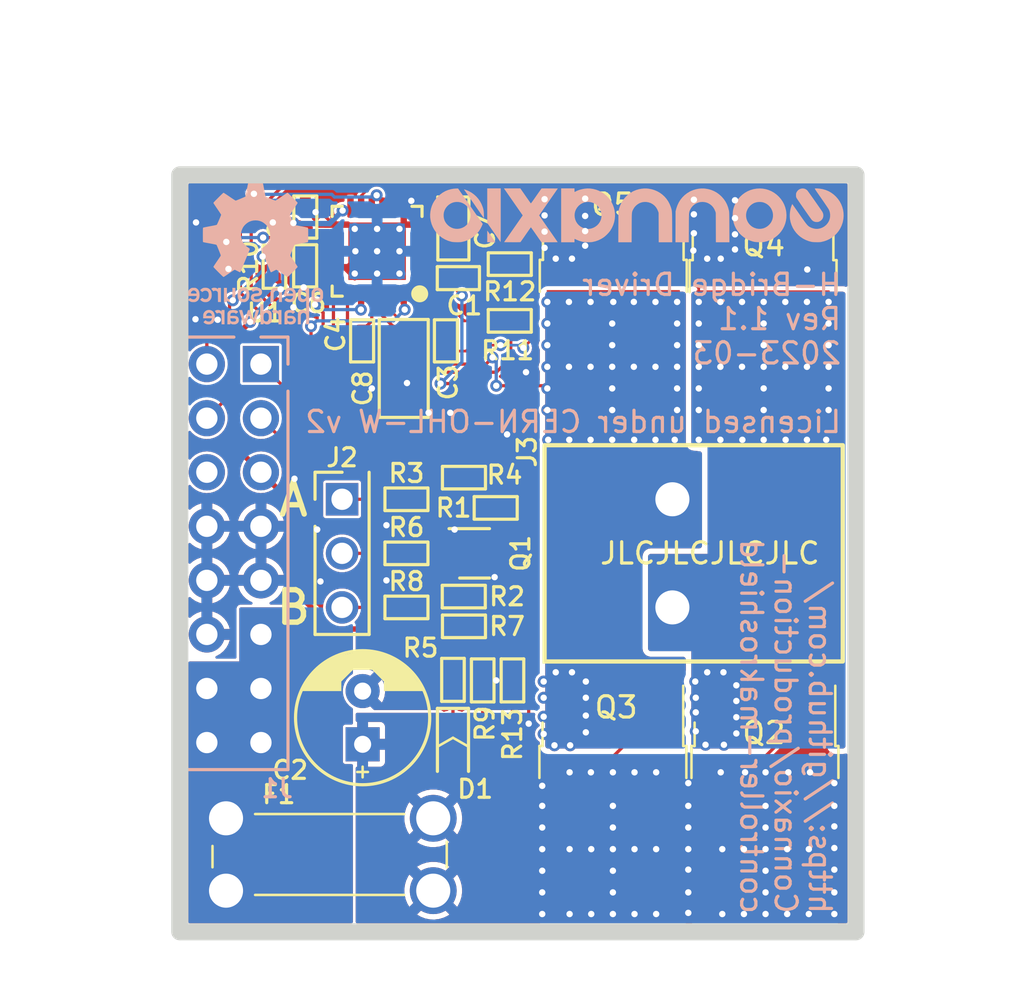
<source format=kicad_pcb>
(kicad_pcb (version 20211014) (generator pcbnew)
  (title_block (title "${title}") (date "${year}-${month}-${day}") (rev "${rev}") (company "${company}") (comment 1 "${author}"))
  (layers (0 "F.Cu" signal) (31 "B.Cu" signal) (35 "F.Paste" user) (36 "B.SilkS" user "B.Silkscreen") (37 "F.SilkS" user "F.Silkscreen") (38 "B.Mask" user) (39 "F.Mask" user) (44 "Edge.Cuts" user))
  (property "author" "Marc-Antoine Lalonde")
  (property "company" "Connaxio inc.")
  (property "day" "01")
  (property "month" "03")
  (property "rev" "1.1")
  (property "source" "github.com/Connaxio/production-controller-makroshield")
  (property "title" "H-Bridge Driver")
  (property "year" "2023")
  (net 0 "")
  (net 1 "+3.3V")
  (net 2 "GND")
  (net 3 "Net-(C3-Pad1)")
  (net 4 "Net-(C4-Pad1)")
  (net 5 "/OUTA")
  (net 6 "/OUTB")
  (net 7 "Vdrive")
  (net 8 "/~{CTRLA}")
  (net 9 "/~{CTRLB}")
  (net 10 "/~{RST}")
  (net 12 "Net-(J2-Pad3)")
  (net 13 "Net-(Q2-Pad1)")
  (net 14 "Net-(Q3-Pad1)")
  (net 15 "Net-(Q4-Pad1)")
  (net 16 "Net-(C7-Pad2)")
  (net 17 "/~{FAULT}")
  (net 18 "Net-(C7-Pad1)")
  (net 19 "Net-(C8-Pad1)")
  (net 20 "Net-(J2-Pad2)")
  (net 21 "Net-(J2-Pad1)")
  (net 22 "Net-(Q1-Pad2)")
  (net 23 "/SIGB")
  (net 24 "/VIN")
  (net 25 "Net-(Q1-Pad5)")
  (net 26 "/SIGA")
  (net 27 "Net-(Q5-Pad1)")
  (net 28 "Net-(D1-Pad1)")
  (net 29 "Net-(R13-Pad1)")
  (net 30 "Net-(R9-Pad1)")
  (net 31 "Net-(R11-Pad1)")
  (net 32 "Net-(R12-Pad1)")
  (footprint "connaxio-resistors:RES_0402_1005M" (layer "F.Cu") (at 127.254 73.152 180)
    (fp_text reference "R2")
    (fp_text value "RES_12.4KΩ_1%_0402")
  )
  (footprint "connaxio-mechanical:FID_1X1" (layer "F.Cu") (at 141.351 78.105)
    (fp_text reference "F6" hide)
    (fp_text value "FID_1X1")
  )
  (footprint "connaxio-capacitors:CAP_CER_0402_1005M" (layer "F.Cu") (at 126.4158 61.1378 -90)
    (fp_text reference "C3")
    (fp_text value "CAP_CER_100NF_25V_0402")
  )
  (footprint "connaxio-resistors:RES_0402_1005M" (layer "F.Cu") (at 124.5616 73.66)
    (fp_text reference "R8")
    (fp_text value "RES_226Ω_1%_0402")
  )
  (footprint "connaxio-resistors:RES_0402_1005M" (layer "F.Cu") (at 127.262 67.564)
    (fp_text reference "R4")
    (fp_text value "RES_12.4KΩ_1%_0402")
  )
  (footprint "connaxio-connectors:CON_TERM_BLK_1X2_TB008A-508-02BE" (layer "F.Cu") (at 137.049 71.12 90)
    (fp_text reference "J3")
    (fp_text value "CON_TERM_BLK_1X2_TB008A-508-02BE")
  )
  (footprint "connaxio-resistors:RES_0402_1005M" (layer "F.Cu") (at 124.5616 71.12)
    (fp_text reference "R6")
    (fp_text value "RES_226Ω_1%_0402")
  )
  (footprint "connaxio-resistors:RES_0402_1005M" (layer "F.Cu") (at 124.5616 68.58)
    (fp_text reference "R3")
    (fp_text value "RES_226Ω_1%_0402")
  )
  (footprint "connaxio-mechanical:FID_1X1" (layer "F.Cu") (at 129.159 54.61)
    (fp_text reference "F4" hide)
    (fp_text value "FID_1X1")
  )
  (footprint "connaxio-fp:QFN-24_4x4_P0.5_EP2.7X2.7" (layer "F.Cu") (at 123.184 56.9274 180)
    (fp_text reference "U1")
    (fp_text value "DRV_A4957SESTR-T")
  )
  (footprint "connaxio-mechanical:FID_1X1" (layer "F.Cu") (at 118.999 85.09)
    (fp_text reference "F5" hide)
    (fp_text value "FID_1X1")
  )
  (footprint "connaxio-resistors:RES_0402_1005M" (layer "F.Cu") (at 129.413 57.531)
    (fp_text reference "R12")
    (fp_text value "RES_226Ω_1%_0402")
  )
  (footprint "connaxio-capacitors:CAP_CER_0603_1608M" (layer "F.Cu") (at 126.7654 55.8574 -90)
    (fp_text reference "C7")
    (fp_text value "CAP_CER_1UF_25V_0603")
  )
  (footprint "connaxio-capacitors:CAP_CER_0402_1005M" (layer "F.Cu") (at 119.8118 55.3212 90)
    (fp_text reference "C5")
    (fp_text value "CAP_CER_100NF_25V_0402")
  )
  (footprint "connaxio-capacitors:CAP_AE_RAD_D6.3_H12.5_P2.5" (layer "F.Cu") (at 122.5042 78.8416 90)
    (fp_text reference "C2")
    (fp_text value "CAP_AE_22UF_100V_TH_6.3MM")
  )
  (footprint "connaxio-resistors:RES_0402_1005M" (layer "F.Cu") (at 127.262 74.549)
    (fp_text reference "R7")
    (fp_text value "RES_12.4KΩ_1%_0402")
  )
  (footprint "connaxio-mechanical:FID_1X1" (layer "F.Cu") (at 115.189 54.61)
    (fp_text reference "F3" hide)
    (fp_text value "FID_1X1")
  )
  (footprint "connaxio-capacitors:CAP_CER_1206_3216M" (layer "F.Cu") (at 124.4346 62.4332 -90)
    (fp_text reference "C8")
    (fp_text value "CAP_CER_10UF_25V_1206")
  )
  (footprint "connaxio-resistors:RES_0402_1005M" (layer "F.Cu") (at 128.7526 68.9864 180)
    (fp_text reference "R1")
    (fp_text value "RES_12.4KΩ_1%_0402")
  )
  (footprint "connaxio-diodes:LED_0603_1608M" (layer "F.Cu") (at 126.746 79.883 -90)
    (fp_text reference "D1")
    (fp_text value "DIO_LED_GREEN_150060GS75000")
  )
  (footprint "connaxio-resistors:RES_0402_1005M" (layer "F.Cu") (at 126.746 77.0636 90)
    (fp_text reference "R5")
    (fp_text value "RES_5.10KΩ_1%_0402")
  )
  (footprint "connaxio-connectors:CON_HDR_100MILS_M_TH_1X3" (layer "F.Cu") (at 121.539 71.12)
    (fp_text reference "J2")
    (fp_text value "CON_HDR_100MILS_M_TH_1X3")
  )
  (footprint "connaxio-sop:TO-252-3" (layer "F.Cu") (at 141.3954 82.6408 180)
    (fp_text reference "Q2")
    (fp_text value "TRX_NMOS_PJD40N04_L2_00001")
  )
  (footprint "connaxio-sop:TO-252-3" (layer "F.Cu") (at 141.3066 59.8165 180)
    (fp_text reference "Q4")
    (fp_text value "TRX_NMOS_PJD40N04_L2_00001")
  )
  (footprint "connaxio-sop:SOT-363_SC-70-6" (layer "F.Cu") (at 127.762 71.12)
    (fp_text reference "Q1")
    (fp_text value "TRX_2NPN_BC846S,115")
  )
  (footprint "connaxio-capacitors:CAP_CER_0402_1005M" (layer "F.Cu") (at 127 58.1914)
    (fp_text reference "C1")
    (fp_text value "CAP_CER_100NF_25V_0402")
  )
  (footprint "connaxio-capacitors:CAP_CER_0402_1005M" (layer "F.Cu") (at 122.4788 61.1378 -90)
    (fp_text reference "C4")
    (fp_text value "CAP_CER_100NF_25V_0402")
  )
  (footprint "connaxio-mechanical:FID_1X1" (layer "F.Cu") (at 141.351 54.61)
    (fp_text reference "F2" hide)
    (fp_text value "FID_1X1")
  )
  (footprint "connaxio-resistors:RES_0402_1005M" (layer "F.Cu") (at 129.413 60.198)
    (fp_text reference "R11")
    (fp_text value "RES_226Ω_1%_0402")
  )
  (footprint "connaxio-sop:TO-252-3" (layer "F.Cu") (at 134.2738 59.8033 180)
    (fp_text reference "Q5")
    (fp_text value "TRX_NMOS_PJD40N04_L2_00001")
  )
  (footprint "connaxio-resistors:RES_0402_1005M" (layer "F.Cu") (at 129.54 77.089 -90)
    (fp_text reference "R13")
    (fp_text value "RES_226Ω_1%_0402")
  )
  (footprint "connaxio-connectors:FUS_BLADE_MINI_3588-1" (layer "F.Cu") (at 120.9548 85.2678)
    (fp_text reference "F1")
    (fp_text value "FUS_BLADE_MINI_3588-1")
  )
  (footprint "connaxio-sop:TO-252-3" (layer "F.Cu") (at 134.255 82.6408 180)
    (fp_text reference "Q3")
    (fp_text value "TRX_NMOS_PJD40N04_L2_00001")
  )
  (footprint "connaxio-capacitors:CAP_CER_0402_1005M" (layer "F.Cu") (at 119.8058 57.6132 -90)
    (fp_text reference "C6")
    (fp_text value "CAP_CER_100NF_25V_0402")
  )
  (footprint "connaxio-resistors:RES_0402_1005M" (layer "F.Cu") (at 118.364 57.658 90)
    (fp_text reference "R10")
    (fp_text value "RES_12.4KΩ_1%_0402")
  )
  (footprint "connaxio-resistors:RES_0402_1005M" (layer "F.Cu") (at 128.143 77.089 -90)
    (fp_text reference "R9")
    (fp_text value "RES_226Ω_1%_0402")
  )
  (footprint "LOGO" (layer "B.Cu") (at 117.475 57.023 180)
    (fp_text reference "G***" hide)
    (fp_text value "LOGO" hide)
  )
  (footprint "LOGO" (layer "B.Cu") (at 135.382 55.245 180)
    (fp_text reference "G***" hide)
    (fp_text value "LOGO" hide)
  )
  (footprint "connaxio-connectors:CON_HDR_100MILS_F_TH_2X8" (layer "B.Cu") (at 116.459 71.12 180)
    (fp_text reference "J1")
    (fp_text value "CON_HDR_100MILS_F_TH_2X8")
  )
  (gr_rect (start 113.919 88.9) (end 145.669 53.34) (layer "Edge.Cuts") (width 0.8001) (fill none))
  (gr_text "https://github.com/\nConnaxio/production-\ncontroller-makroshield" (at 142.367 88.138 270) (layer "B.SilkS") (effects (font (size 1 1)) (justify left mirror)))
  (gr_text "${title}\nRev ${rev}\n${year}-${month}\n\nLicensed under CERN-OHL-W v2" (at 145.0594 61.722) (layer "B.SilkS") (effects (font (size 1 1)) (justify left mirror)))
  (gr_text "A" (at 119.253 68.58) (layer "F.SilkS") (effects (font (size 1.524 1.524) (thickness 0.254))))
  (gr_text "JLCJLCJLCJLC" (at 138.811 71.12) (layer "F.SilkS") (effects (font (size 1 1))))
  (gr_text "B" (at 119.253 73.66) (layer "F.SilkS") (effects (font (size 1.524 1.524) (thickness 0.254))))
  (segment (start 121.1211 56.1903) (end 121.134 56.1774) (width 0.254) (layer "F.Cu") (net 1))
  (segment (start 127 75.184) (end 127.127 75.057) (width 0.254) (layer "F.Cu") (net 1))
  (segment (start 125.73 75.184) (end 127 75.184) (width 0.254) (layer "F.Cu") (net 1))
  (segment (start 119.6848 70.5358) (end 119.6848 73.242641) (width 0.254) (layer "F.Cu") (net 1))
  (segment (start 127.254 74.93) (end 127.127 75.057) (width 0.1524) (layer "F.Cu") (net 1))
  (segment (start 119.6848 69.2658) (end 119.6848 70.5358) (width 0.254) (layer "F.Cu") (net 1))
  (segment (start 116.6114 60.8584) (end 117.221 60.2488) (width 0.254) (layer "F.Cu") (net 1))
  (segment (start 123.317 74.676) (end 125.222 74.676) (width 0.254) (layer "F.Cu") (net 1))
  (segment (start 118.6561 58.7121) (end 118.6561 58.4501) (width 0.254) (layer "F.Cu") (net 1))
  (segment (start 119.253 55.6006) (end 119.4816 55.8292) (width 0.254) (layer "F.Cu") (net 1))
  (segment (start 118.6561 58.4501) (end 118.364 58.158) (width 0.254) (layer "F.Cu") (net 1))
  (segment (start 129.5146 69.2484) (end 129.2526 68.9864) (width 0.254) (layer "F.Cu") (net 1))
  (segment (start 127.754 73.152) (end 127.254 73.652) (width 0.1524) (layer "F.Cu") (net 1))
  (segment (start 117.729 67.31) (end 116.6114 66.1924) (width 0.254) (layer "F.Cu") (net 1))
  (segment (start 121.118159 74.676) (end 123.317 74.676) (width 0.254) (layer "F.Cu") (net 1))
  (segment (start 119.6848 73.242641) (end 121.01108 74.568921) (width 0.254) (layer "F.Cu") (net 1))
  (segment (start 125.222 74.676) (end 125.73 75.184) (width 0.254) (layer "F.Cu") (net 1))
  (segment (start 128.4478 75.184) (end 129.5146 74.1172) (width 0.254) (layer "F.Cu") (net 1))
  (segment (start 119.535531 55.6006) (end 120.125231 56.1903) (width 0.254) (layer "F.Cu") (net 1))
  (segment (start 117.729 67.31) (end 119.6848 69.2658) (width 0.254) (layer "F.Cu") (net 1))
  (segment (start 116.6114 66.1924) (end 116.6114 60.8584) (width 0.254) (layer "F.Cu") (net 1))
  (segment (start 121.01108 74.568921) (end 121.118159 74.676) (width 0.254) (layer "F.Cu") (net 1))
  (segment (start 129.5146 74.1172) (end 129.5146 69.2484) (width 0.254) (layer "F.Cu") (net 1))
  (segment (start 119.253 55.6006) (end 119.535531 55.6006) (width 0.254) (layer "F.Cu") (net 1))
  (segment (start 127.254 73.652) (end 127.254 74.93) (width 0.1524) (layer "F.Cu") (net 1))
  (segment (start 119.4816 55.8292) (end 120.0404 55.8292) (width 0.254) (layer "F.Cu") (net 1))
  (segment (start 120.125231 56.1903) (end 121.1211 56.1903) (width 0.254) (layer "F.Cu") (net 1))
  (segment (start 127.2 73.706) (end 127.754 73.152) (width 0.254) (layer "F.Cu") (net 1))
  (segment (start 127 75.184) (end 128.4478 75.184) (width 0.254) (layer "F.Cu") (net 1))
  (via (at 118.6561 58.7121) (size 0.56) (drill 0.3) (layers "F.Cu" "B.Cu") (net 1))
  (via (at 119.253 55.6006) (size 0.56) (drill 0.3) (layers "F.Cu" "B.Cu") (net 1))
  (via (at 117.221 60.2488) (size 0.56) (drill 0.3) (layers "F.Cu" "B.Cu") (net 1))
  (via (at 121.5644 55.0164) (size 0.56) (drill 0.3) (layers "F.Cu" "B.Cu") (net 1))
  (segment (start 118.8138 58.5544) (end 118.6561 58.7121) (width 0.254) (layer "B.Cu") (net 1))
  (segment (start 118.8138 56.0398) (end 118.8138 58.5544) (width 0.254) (layer "B.Cu") (net 1))
  (segment (start 119.253 55.6006) (end 119.279 55.6266) (width 0.254) (layer "B.Cu") (net 1))
  (segment (start 118.6561 58.7121) (end 117.221 60.1472) (width 0.254) (layer "B.Cu") (net 1))
  (segment (start 119.279 55.6266) (end 120.9542 55.6266) (width 0.254) (layer "B.Cu") (net 1))
  (segment (start 117.221 60.1472) (end 117.221 60.2488) (width 0.254) (layer "B.Cu") (net 1))
  (segment (start 120.9542 55.6266) (end 121.5644 55.0164) (width 0.254) (layer "B.Cu") (net 1))
  (segment (start 119.253 55.6006) (end 118.8138 56.0398) (width 0.254) (layer "B.Cu") (net 1))
  (segment (start 122.434 57.6774) (end 123.184 56.9274) (width 0.127) (layer "F.Cu") (net 2))
  (segment (start 128.712 72.2274) (end 128.712 71.77) (width 0.1524) (layer "F.Cu") (net 2))
  (segment (start 119.8058 58.553) (end 119.8058 58.0932) (width 0.1524) (layer "F.Cu") (net 2))
  (segment (start 120.3258 57.6774) (end 121.134 57.6774) (width 0.1524) (layer "F.Cu") (net 2))
  (segment (start 121.134 57.6774) (end 122.434 57.6774) (width 0.127) (layer "F.Cu") (net 2))
  (segment (start 120.2944 55.0926) (end 120.043 54.8412) (width 0.1524) (layer "F.Cu") (net 2))
  (segment (start 119.7356 58.6232) (end 119.8058 58.553) (width 0.1524) (layer "F.Cu") (net 2))
  (segment (start 124.434 55.6774) (end 123.184 56.9274) (width 0.127) (layer "F.Cu") (net 2))
  (segment (start 124.587 63.7558) (end 124.4346 63.9082) (width 0.1524) (layer "F.Cu") (net 2))
  (segment (start 124.587 63.119) (end 124.587 63.7558) (width 0.1524) (layer "F.Cu") (net 2))
  (segment (start 126.812 70.0126) (end 126.812 70.47) (width 0.1524) (layer "F.Cu") (net 2))
  (segment (start 121.934 55.6774) (end 123.184 56.9274) (width 0.127) (layer "F.Cu") (net 2))
  (segment (start 120.043 54.8412) (end 119.8118 54.8412) (width 0.1524) (layer "F.Cu") (net 2))
  (segment (start 126.8222 70.0024) (end 126.812 70.0126) (width 0.1524) (layer "F.Cu") (net 2))
  (segment (start 120.5492 55.0926) (end 121.134 55.6774) (width 0.1524) (layer "F.Cu") (net 2))
  (segment (start 119.91 58.0932) (end 120.3258 57.6774) (width 0.1524) (layer "F.Cu") (net 2))
  (segment (start 119.8058 58.0932) (end 119.91 58.0932) (width 0.1524) (layer "F.Cu") (net 2))
  (segment (start 125.234 55.6774) (end 124.434 55.6774) (width 0.127) (layer "F.Cu") (net 2))
  (segment (start 128.7018 72.2376) (end 128.712 72.2274) (width 0.1524) (layer "F.Cu") (net 2))
  (segment (start 120.2944 55.0926) (end 120.5492 55.0926) (width 0.1524) (layer "F.Cu") (net 2))
  (segment (start 121.134 55.6774) (end 121.934 55.6774) (width 0.127) (layer "F.Cu") (net 2))
  (segment (start 124.434 54.8774) (end 124.434 55.6774) (width 0.127) (layer "F.Cu") (net 2))
  (via (at 114.6556 60.1218) (size 0.56) (drill 0.3) (layers "F.Cu" "B.Cu") (net 2))
  (via (at 132.953 54.4571) (size 0.56) (drill 0.3) (layers "F.Cu" "B.Cu") (net 2))
  (via (at 139.319 57.277) (size 0.56) (drill 0.3) (layers "F.Cu" "B.Cu") (net 2))
  (via (at 119.7356 58.6232) (size 0.56) (drill 0.3) (layers "F.Cu" "B.Cu") (net 2))
  (via (at 130.175 62.611) (size 0.56) (drill 0.3) (layers "F.Cu" "B.Cu") (net 2))
  (via (at 132.953 56.6669) (size 0.56) (drill 0.3) (layers "F.Cu" "B.Cu") (net 2))
  (via (at 129.286 65.532) (size 0.56) (drill 0.3) (layers "F.Cu" "B.Cu") (net 2))
  (via (at 139.9888 56.8447) (size 0.56) (drill 0.3) (layers "F.Cu" "B.Cu") (net 2))
  (via (at 118.2878 55.5752) (size 0.56) (drill 0.3) (layers "F.Cu" "B.Cu") (net 2))
  (via (at 123.6218 72.39) (size 0.56) (drill 0.3) (layers "F.Cu" "B.Cu") (net 2))
  (via (at 138.0584 54.5079) (size 0.56) (drill 0.3) (layers "F.Cu" "B.Cu") (net 2))
  (via (at 124.587 63.119) (size 0.56) (drill 0.3) (layers "F.Cu" "B.Cu") (net 2))
  (via (at 139.9888 55.3715) (size 0.56) (drill 0.3) (layers "F.Cu" "B.Cu") (net 2))
  (via (at 138.0584 56.0827) (size 0.56) (drill 0.3) (layers "F.Cu" "B.Cu") (net 2))
  (via (at 143.383 57.785) (size 0.56) (drill 0.3) (layers "F.Cu" "B.Cu") (net 2))
  (via (at 131.048 54.4825) (size 0.56) (drill 0.3) (layers "F.Cu" "B.Cu") (net 2))
  (via (at 116.205 57.7596) (size 0.56) (drill 0.3) (layers "F.Cu" "B.Cu") (net 2))
  (via (at 131.048 55.2445) (size 0.56) (drill 0.3) (layers "F.Cu" "B.Cu") (net 2))
  (via (at 120.523 72.4408) (size 0.56) (drill 0.3) (layers "F.Cu" "B.Cu") (net 2))
  (via (at 126.619 64.516) (size 0.56) (drill 0.3) (layers "F.Cu" "B.Cu") (net 2))
  (via (at 138.0584 55.1937) (size 0.56) (drill 0.3) (layers "F.Cu" "B.Cu") (net 2))
  (via (at 123.6218 69.7992) (size 0.56) (drill 0.3) (layers "F.Cu" "B.Cu") (net 2))
  (via (at 138.033 56.8955) (size 0.56) (drill 0.3) (layers "F.Cu" "B.Cu") (net 2))
  (via (at 126.8222 70.0024) (size 0.56) (drill 0.3) (layers "F.Cu" "B.Cu") (net 2))
  (via (at 132.953 55.2699) (size 0.56) (drill 0.3) (layers "F.Cu" "B.Cu") (net 2))
  (via (at 115.697 60.1472) (size 0.56) (drill 0.3) (layers "F.Cu" "B.Cu") (net 2))
  (via (at 132.334 57.277) (size 0.56) (drill 0.3) (layers "F.Cu" "B.Cu") (net 2))
  (via (at 131.572 57.277) (size 0.56) (drill 0.3) (layers "F.Cu" "B.Cu") (net 2))
  (via (at 122.936 63.373) (size 0.56) (drill 0.3) (layers "F.Cu" "B.Cu") (net 2))
  (via (at 139.9888 54.5333) (size 0.56) (drill 0.3) (layers "F.Cu" "B.Cu") (net 2))
  (via (at 138.684 57.277) (size 0.56) (drill 0.3) (layers "F.Cu" "B.Cu") (net 2))
  (via (at 132.953 55.9811) (size 0.56) (drill 0.3) (layers "F.Cu" "B.Cu") (net 2))
  (via (at 139.9888 56.1335) (size 0.56) (drill 0.3) (layers "F.Cu" "B.Cu") (net 2))
  (via (at 114.681 55.5752) (size 0.56) (drill 0.3) (layers "F.Cu" "B.Cu") (net 2))
  (via (at 120.2944 55.0926) (size 0.56) (drill 0.3) (layers "F.Cu" "B.Cu") (net 2))
  (via (at 128.7018 72.2376) (size 0.56) (drill 0.3) (layers "F.Cu" "B.Cu") (net 2))
  (via (at 120.3706 70.0024) (size 0.56) (drill 0.3) (layers "F.Cu" "B.Cu") (net 2))
  (via (at 131.048 56.0065) (size 0.56) (drill 0.3) (layers "F.Cu" "B.Cu") (net 2))
  (via (at 124.7902 54.5592) (size 0.56) (drill 0.3) (layers "F.Cu" "B.Cu") (net 2))
  (via (at 119.3038 67.6148) (size 0.56) (drill 0.3) (layers "F.Cu" "B.Cu") (net 2))
  (via (at 131.048 56.7685) (size 0.56) (drill 0.3) (layers "F.Cu" "B.Cu") (net 2))
  (via (at 119.253 59.563) (size 0.56) (drill 0.3) (layers "F.Cu" "B.Cu") (net 2))
  (via (at 128.778 77.089) (size 0.56) (drill 0.3) (layers "F.Cu" "B.Cu") (net 2))
  (via (at 125.603 64.516) (size 0.56) (drill 0.3) (layers "F.Cu" "B.Cu") (net 2))
  (segment (start 123.934 59.8364) (end 124.2903 60.1927) (width 0.127) (layer "F.Cu") (net 3))
  (segment (start 124.2903 60.1927) (end 125.9507 60.1927) (width 0.127) (layer "F.Cu") (net 3))
  (segment (start 123.934 58.9774) (end 123.934 59.8364) (width 0.127) (layer "F.Cu") (net 3))
  (segment (start 125.9507 60.1927) (end 126.4158 60.6578) (width 0.127) (layer "F.Cu") (net 3))
  (segment (start 122.934 60.2026) (end 122.4788 60.6578) (width 0.1524) (layer "F.Cu") (net 4))
  (segment (start 122.934 58.9774) (end 122.934 60.2026) (width 0.1524) (layer "F.Cu") (net 4))
  (segment (start 126.9163 60.3683) (end 126.6698 60.1218) (width 0.127) (layer "F.Cu") (net 5))
  (segment (start 126.9163 61.1173) (end 126.9163 60.3683) (width 0.127) (layer "F.Cu") (net 5))
  (segment (start 139.468 80.114) (end 139.468 78.7494) (width 0.127) (layer "F.Cu") (net 5))
  (segment (start 125.222 58.1894) (end 125.234 58.1774) (width 0.127) (layer "F.Cu") (net 5))
  (segment (start 138.049 58.42) (end 138.287 58.658) (width 0.127) (layer "F.Cu") (net 5))
  (segment (start 128.9771 61.341) (end 127.635 61.341) (width 0.127) (layer "F.Cu") (net 5))
  (segment (start 127.635 61.341) (end 127.3582 61.6178) (width 0.127) (layer "F.Cu") (net 5))
  (segment (start 140.0522 79.5806) (end 139.1094 78.6378) (width 0.127) (layer "F.Cu") (net 5))
  (segment (start 126.2888 60.1218) (end 125.222 59.055) (width 0.127) (layer "F.Cu") (net 5))
  (segment (start 130.556 58.674) (end 130.81 58.42) (width 0.127) (layer "F.Cu") (net 5))
  (segment (start 130.048 61.468) (end 130.556 60.96) (width 0.127) (layer "F.Cu") (net 5))
  (segment (start 125.222 59.055) (end 125.222 58.1894) (width 0.127) (layer "F.Cu") (net 5))
  (segment (start 140.0522 77.32) (end 139.1094 78.2628) (width 0.127) (layer "F.Cu") (net 5))
  (segment (start 140.0522 78.0566) (end 139.4436 78.0566) (width 0.127) (layer "F.Cu") (net 5))
  (segment (start 138.6044 80.114) (end 138.6044 78.8958) (width 0.127) (layer "F.Cu") (net 5))
  (segment (start 130.556 60.96) (end 130.556 58.674) (width 0.127) (layer "F.Cu") (net 5))
  (segment (start 130.81 58.42) (end 138.049 58.42) (width 0.127) (layer "F.Cu") (net 5))
  (segment (start 138.1689 65.504) (end 138.1689 62.5117) (width 0.127) (layer "F.Cu") (net 5))
  (segment (start 127.3582 61.6178) (end 126.4158 61.6178) (width 0.127) (layer "F.Cu") (net 5))
  (segment (start 138.287 58.658) (end 138.287 59.3085) (width 0.127) (layer "F.Cu") (net 5))
  (segment (start 126.4158 61.6178) (end 126.9163 61.1173) (width 0.127) (layer "F.Cu") (net 5))
  (segment (start 139.1572 63.8135) (end 139.1572 62.0682) (width 0.127) (layer "F.Cu") (net 5))
  (segment (start 140.0522 78.8186) (end 139.5372 78.8186) (width 0.127) (layer "F.Cu") (net 5))
  (segment (start 139.1572 62.0682) (end 138.303 61.214) (width 0.127) (layer "F.Cu") (net 5))
  (segment (start 126.6698 60.1218) (end 126.2888 60.1218) (width 0.127) (layer "F.Cu") (net 5))
  (via (at 144.383 62.3565) (size 0.56) (drill 0.3) (layers "F.Cu" "B.Cu") (net 5))
  (via (at 138.684 76.708) (size 0.56) (drill 0.3) (layers "F.Cu" "B.Cu") (net 5))
  (via (at 141.335 65.786) (size 0.56) (drill 0.3) (layers "F.Cu" "B.Cu") (net 5))
  (via (at 140.335 65.786) (size 0.56) (drill 0.3) (layers "F.Cu" "B.Cu") (net 5))
  (via (at 139.446 76.708) (size 0.56) (drill 0.3) (layers "F.Cu" "B.Cu") (net 5))
  (via (at 142.351 59.3085) (size 0.56) (drill 0.3) (layers "F.Cu" "B.Cu") (net 5))
  (via (at 139.303 65.786) (size 0.56) (drill 0.3) (layers "F.Cu" "B.Cu") (net 5))
  (via (at 140.0522 79.5806) (size 0.56) (drill 0.3) (layers "F.Cu" "B.Cu") (net 5))
  (via (at 141.335 61.3405) (size 0.56) (drill 0.3) (layers "F.Cu" "B.Cu") (net 5))
  (via (at 138.287 61.3405) (size 0.56) (drill 0.3) (layers "F.Cu" "B.Cu") (net 5))
  (via (at 138.1218 77.1422) (size 0.56) (drill 0.3) (layers "F.Cu" "B.Cu") (net 5))
  (via (at 139.303 59.3085) (size 0.56) (drill 0.3) (layers "F.Cu" "B.Cu") (net 5))
  (via (at 140.0522 78.8186) (size 0.56) (drill 0.3) (layers "F.Cu" "B.Cu") (net 5))
  (via (at 141.335 64.3885) (size 0.56) (drill 0.3) (layers "F.Cu" "B.Cu") (net 5))
  (via (at 144.383 63.3725) (size 0.56) (drill 0.3) (layers "F.Cu" "B.Cu") (net 5))
  (via (at 138.287 65.786) (size 0.56) (drill 0.3) (layers "F.Cu" "B.Cu") (net 5))
  (via (at 141.335 59.3085) (size 0.56) (drill 0.3) (layers "F.Cu" "B.Cu") (net 5))
  (via (at 138.287 63.3725) (size 0.56) (drill 0.3) (layers "F.Cu" "B.Cu") (net 5))
  (via (at 138.287 64.3885) (size 0.56) (drill 0.3) (layers "F.Cu" "B.Cu") (net 5))
  (via (at 138.1472 77.9042) (size 0.56) (drill 0.3) (layers "F.Cu" "B.Cu") (net 5))
  (via (at 143.367 62.3565) (size 0.56) (drill 0.3) (layers "F.Cu" "B.Cu") (net 5))
  (via (at 128.9771 61.341) (size 0.56) (drill 0.3) (layers "F.Cu" "B.Cu") (net 5))
  (via (at 138.287 62.3565) (size 0.56) (drill 0.3) (layers "F.Cu" "B.Cu") (net 5))
  (via (at 140.319 62.3565) (size 0.56) (drill 0.3) (layers "F.Cu" "B.Cu") (net 5))
  (via (at 130.048 61.468) (size 0.56) (drill 0.3) (layers "F.Cu" "B.Cu") (net 5))
  (via (at 138.287 60.3245) (size 0.56) (drill 0.3) (layers "F.Cu" "B.Cu") (net 5))
  (via (at 138.1472 79.479) (size 0.56) (drill 0.3) (layers "F.Cu" "B.Cu") (net 5))
  (via (at 140.0522 77.32) (size 0.56) (drill 0.3) (layers "F.Cu" "B.Cu") (net 5))
  (via (at 141.335 60.3245) (size 0.56) (drill 0.3) (layers "F.Cu" "B.Cu") (net 5))
  (via (at 138.287 59.3085) (size 0.56) (drill 0.3) (layers "F.Cu" "B.Cu") (net 5))
  (via (at 138.1472 78.59) (size 0.56) (drill 0.3) (layers "F.Cu" "B.Cu") (net 5))
  (via (at 139.303 62.3565) (size 0.56) (drill 0.3) (layers "F.Cu" "B.Cu") (net 5))
  (via (at 144.272 65.786) (size 0.56) (drill 0.3) (layers "F.Cu" "B.Cu") (net 5))
  (via (at 141.335 63.3725) (size 0.56) (drill 0.3) (layers "F.Cu" "B.Cu") (net 5))
  (via (at 143.367 59.3085) (size 0.56) (drill 0.3) (layers "F.Cu" "B.Cu") (net 5))
  (via (at 144.383 60.3245) (size 0.56) (drill 0.3) (layers "F.Cu" "B.Cu") (net 5))
  (via (at 144.383 64.3885) (size 0.56) (drill 0.3) (layers "F.Cu" "B.Cu") (net 5))
  (via (at 142.351 62.3565) (size 0.56) (drill 0.3) (layers "F.Cu" "B.Cu") (net 5))
  (via (at 140.0522 78.0566) (size 0.56) (drill 0.3) (layers "F.Cu" "B.Cu") (net 5))
  (via (at 144.383 61.3405) (size 0.56) (drill 0.3) (layers "F.Cu" "B.Cu") (net 5))
  (via (at 140.319 59.3085) (size 0.56) (drill 0.3) (layers "F.Cu" "B.Cu") (net 5))
  (via (at 142.367 65.786) (size 0.56) (drill 0.3) (layers "F.Cu" "B.Cu") (net 5))
  (via (at 139.468 80.114) (size 0.56) (drill 0.3) (layers "F.Cu" "B.Cu") (net 5))
  (via (at 144.383 59.3085) (size 0.56) (drill 0.3) (layers "F.Cu" "B.Cu") (net 5))
  (via (at 138.6044 80.114) (size 0.56) (drill 0.3) (layers "F.Cu" "B.Cu") (net 5))
  (via (at 141.335 62.3565) (size 0.56) (drill 0.3) (layers "F.Cu" "B.Cu") (net 5))
  (via (at 143.367 65.786) (size 0.56) (drill 0.3) (layers "F.Cu" "B.Cu") (net 5))
  (segment (start 129.921 61.341) (end 130.048 61.468) (width 0.127) (layer "B.Cu") (net 5))
  (segment (start 128.9771 61.341) (end 129.921 61.341) (width 0.127) (layer "B.Cu") (net 5))
  (segment (start 123.091 62.23) (end 122.4788 61.6178) (width 0.1524) (layer "F.Cu") (net 6))
  (segment (start 131.0485 63.246) (end 131.175 63.3725) (width 0.1524) (layer "F.Cu") (net 6))
  (segment (start 128.294963 62.23) (end 123.091 62.23) (width 0.1524) (layer "F.Cu") (net 6))
  (segment (start 121.793 59.1184) (end 121.934 58.9774) (width 0.1524) (layer "F.Cu") (net 6))
  (segment (start 128.778 63.246) (end 131.0485 63.246) (width 0.1524) (layer "F.Cu") (net 6))
  (segment (start 122.4788 61.6178) (end 121.793 60.932) (width 0.1524) (layer "F.Cu") (net 6))
  (segment (start 121.793 60.932) (end 121.793 59.1184) (width 0.1524) (layer "F.Cu") (net 6))
  (segment (start 128.606248 61.918715) (end 128.294963 62.23) (width 0.1524) (layer "F.Cu") (net 6))
  (via (at 131.2165 65.786) (size 0.56) (drill 0.3) (layers "F.Cu" "B.Cu") (net 6))
  (via (at 131.175 62.3565) (size 0.56) (drill 0.3) (layers "F.Cu" "B.Cu") (net 6))
  (via (at 132.191 62.3565) (size 0.56) (drill 0.3) (layers "F.Cu" "B.Cu") (net 6))
  (via (at 131.0038 79.606) (size 0.56) (drill 0.3) (layers "F.Cu" "B.Cu") (net 6))
  (via (at 131.0038 77.1422) (size 0.56) (drill 0.3) (layers "F.Cu" "B.Cu") (net 6))
  (via (at 131.0038 77.9042) (size 0.56) (drill 0.3) (layers "F.Cu" "B.Cu") (net 6))
  (via (at 131.5118 80.1394) (size 0.56) (drill 0.3) (layers "F.Cu" "B.Cu") (net 6))
  (via (at 137.271 60.3245) (size 0.56) (drill 0.3) (layers "F.Cu" "B.Cu") (net 6))
  (via (at 136.255 65.786) (size 0.56) (drill 0.3) (layers "F.Cu" "B.Cu") (net 6))
  (via (at 132.2484 80.1394) (size 0.56) (drill 0.3) (layers "F.Cu" "B.Cu") (net 6))
  (via (at 133.207 65.786) (size 0.56) (drill 0.3) (layers "F.Cu" "B.Cu") (net 6))
  (via (at 137.271 64.3885) (size 0.56) (drill 0.3) (layers "F.Cu" "B.Cu") (net 6))
  (via (at 137.271 63.3725) (size 0.56) (drill 0.3) (layers "F.Cu" "B.Cu") (net 6))
  (via (at 132.191 59.3085) (size 0.56) (drill 0.3) (layers "F.Cu" "B.Cu") (net 6))
  (via (at 133.207 62.3565) (size 0.56) (drill 0.3) (layers "F.Cu" "B.Cu") (net 6))
  (via (at 131.175 60.3245) (size 0.56) (drill 0.3) (layers "F.Cu" "B.Cu") (net 6))
  (via (at 131.175 64.3885) (size 0.56) (drill 0.3) (layers "F.Cu" "B.Cu") (net 6))
  (via (at 134.223 60.3245) (size 0.56) (drill 0.3) (layers "F.Cu" "B.Cu") (net 6))
  (via (at 133.207 59.3085) (size 0.56) (drill 0.3) (layers "F.Cu" "B.Cu") (net 6))
  (via (at 134.223 65.786) (size 0.56) (drill 0.3) (layers "F.Cu" "B.Cu") (net 6))
  (via (at 135.255 65.786) (size 0.56) (drill 0.3) (layers "F.Cu" "B.Cu") (net 6))
  (via (at 131.175 63.3725) (size 0.56) (drill 0.3) (layers "F.Cu" "B.Cu") (net 6))
  (via (at 131.572 76.708) (size 0.56) (drill 0.3) (layers "F.Cu" "B.Cu") (net 6))
  (via (at 137.16 65.786) (size 0.56) (drill 0.3) (layers "F.Cu" "B.Cu") (net 6))
  (via (at 137.271 61.3405) (size 0.56) (drill 0.3) (layers "F.Cu" "B.Cu") (net 6))
  (via (at 131.0038 78.7932) (size 0.56) (drill 0.3) (layers "F.Cu" "B.Cu") (net 6))
  (via (at 132.985 79.5298) (size 0.56) (drill 0.3) (layers "F.Cu" "B.Cu") (net 6))
  (via (at 132.334 76.708) (size 0.56) (drill 0.3) (layers "F.Cu" "B.Cu") (net 6))
  (via (at 134.223 61.3405) (size 0.56) (drill 0.3) (layers "F.Cu" "B.Cu") (net 6))
  (via (at 135.239 59.3085) (size 0.56) (drill 0.3) (layers "F.Cu" "B.Cu") (net 6))
  (via (at 132.207 65.786) (size 0.56) (drill 0.3) (layers "F.Cu" "B.Cu") (net 6))
  (via (at 135.239 62.3565) (size 0.56) (drill 0.3) (layers "F.Cu" "B.Cu") (net 6))
  (via (at 132.985 77.9042) (size 0.56) (drill 0.3) (layers "F.Cu" "B.Cu") (net 6))
  (via (at 134.2738 59.3085) (size 0.56) (drill 0.3) (layers "F.Cu" "B.Cu") (net 6))
  (via (at 137.271 59.3085) (size 0.56) (drill 0.3) (layers "F.Cu" "B.Cu") (net 6))
  (via (at 136.255 62.3565) (size 0.56) (drill 0.3) (layers "F.Cu" "B.Cu") (net 6))
  (via (at 137.271 62.3565) (size 0.56) (drill 0.3) (layers "F.Cu" "B.Cu") (net 6))
  (via (at 132.985 78.7424) (size 0.56) (drill 0.3) (layers "F.Cu" "B.Cu") (net 6))
  (via (at 132.985 77.1422) (size 0.56) (drill 0.3) (layers "F.Cu" "B.Cu") (net 6))
  (via (at 128.606248 61.918715) (size 0.56) (drill 0.3) (layers "F.Cu" "B.Cu") (net 6))
  (via (at 131.175 59.3085) (size 0.56) (drill 0.3) (layers "F.Cu" "B.Cu") (net 6))
  (via (at 131.175 61.3405) (size 0.56) (drill 0.3) (layers "F.Cu" "B.Cu") (net 6))
  (via (at 134.223 63.3725) (size 0.56) (drill 0.3) (layers "F.Cu" "B.Cu") (net 6))
  (via (at 128.778 63.246) (size 0.56) (drill 0.3) (layers "F.Cu" "B.Cu") (net 6))
  (via (at 136.255 59.3085) (size 0.56) (drill 0.3) (layers "F.Cu" "B.Cu") (net 6))
  (via (at 134.223 62.3565) (size 0.56) (drill 0.3) (layers "F.Cu" "B.Cu") (net 6))
  (via (at 134.223 64.3885) (size 0.56) (drill 0.3) (layers "F.Cu" "B.Cu") (net 6))
  (segment (start 128.606248 61.918715) (end 128.778 62.090467) (width 0.1524) (layer "B.Cu") (net 6))
  (segment (start 128.778 62.090467) (end 128.778 63.246) (width 0.1524) (layer "B.Cu") (net 6))
  (segment (start 139.3888 82.9842) (end 141.3954 84.9908) (width 0.254) (layer "F.Cu") (net 7))
  (segment (start 139.338 87.0482) (end 141.3954 84.9908) (width 0.1524) (layer "F.Cu") (net 7))
  (segment (start 135.2432 85.979) (end 134.255 84.9908) (width 0.1524) (layer "F.Cu") (net 7))
  (segment (start 136.2616 82.9842) (end 134.255 84.9908) (width 0.1524) (layer "F.Cu") (net 7))
  (segment (start 137.795 84.0002) (end 140.4048 84.0002) (width 0.254) (layer "F.Cu") (net 7))
  (segment (start 137.795 87.0482) (end 139.338 87.0482) (width 0.254) (layer "F.Cu") (net 7))
  (segment (start 127.1651 59.0169) (end 126.52 58.3718) (width 0.127) (layer "F.Cu") (net 7))
  (segment (start 138.3752 88.011) (end 141.3954 84.9908) (width 0.1524) (layer "F.Cu") (net 7))
  (segment (start 130.302 76.4794) (end 130.7338 76.0476) (width 0.1524) (layer "F.Cu") (net 7))
  (segment (start 137.3308 81.915) (end 134.255 84.9908) (width 0.1524) (layer "F.Cu") (net 7))
  (segment (start 137.795 88.011) (end 137.2752 88.011) (width 0.254) (layer "F.Cu") (net 7))
  (segment (start 130.302 79.121) (end 130.302 76.4794) (width 0.1524) (layer "F.Cu") (net 7))
  (segment (start 137.795 85.979) (end 135.2432 85.979) (width 0.254) (layer "F.Cu") (net 7))
  (segment (start 137.795 85.979) (end 140.4072 85.979) (width 0.254) (layer "F.Cu") (net 7))
  (segment (start 126.0616 57.1774) (end 125.234 57.1774) (width 0.127) (layer "F.Cu") (net 7))
  (segment (start 130.7338 66.2178) (end 127.6604 63.1444) (width 0.1524) (layer "F.Cu") (net 7))
  (segment (start 138.3196 81.915) (end 141.3954 84.9908) (width 0.1524) (layer "F.Cu") (net 7))
  (segment (start 137.795 82.9842) (end 139.3888 82.9842) (width 0.254) (layer "F.Cu") (net 7))
  (segment (start 137.795 81.915) (end 137.3308 81.915) (width 0.254) (layer "F.Cu") (net 7))
  (segment (start 127.6604 63.1444) (end 126.1618 63.1444) (width 0.1524) (layer "F.Cu") (net 7))
  (segment (start 137.795 81.915) (end 138.3196 81.915) (width 0.254) (layer "F.Cu") (net 7))
  (segment (start 126.5408 58.1706) (end 126.52 58.1914) (width 0.127) (layer "F.Cu") (net 7))
  (segment (start 136.3124 87.0482) (end 134.255 84.9908) (width 0.1524) (layer "F.Cu") (net 7))
  (segment (start 137.795 84.0002) (end 135.2456 84.0002) (width 0.254) (layer "F.Cu") (net 7))
  (segment (start 139.1094 86.085) (end 139.1094 86.8908) (width 0.1524) (layer "F.Cu") (net 7))
  (segment (start 126.5408 57.6566) (end 126.5408 58.1706) (width 0.127) (layer "F.Cu") (net 7))
  (segment (start 137.795 82.9842) (end 136.2616 82.9842) (width 0.254) (layer "F.Cu") (net 7))
  (segment (start 140.4048 84.0002) (end 141.3954 84.9908) (width 0.1524) (layer "F.Cu") (net 7))
  (segment (start 137.795 88.011) (end 138.3752 88.011) (width 0.254) (layer "F.Cu") (net 7))
  (segment (start 130.7338 76.0476) (end 130.7338 66.2178) (width 0.1524) (layer "F.Cu") (net 7))
  (segment (start 140.4072 85.979) (end 141.3954 84.9908) (width 0.1524) (layer "F.Cu") (net 7))
  (segment (start 137.2752 88.011) (end 134.255 84.9908) (width 0.1524) (layer "F.Cu") (net 7))
  (segment (start 137.795 87.0482) (end 136.3124 87.0482) (width 0.254) (layer "F.Cu") (net 7))
  (segment (start 126.5408 57.6566) (end 126.0616 57.1774) (width 0.127) (layer "F.Cu") (net 7))
  (segment (start 126.52 58.3718) (end 126.52 58.1914) (width 0.127) (layer "F.Cu") (net 7))
  (segment (start 135.2456 84.0002) (end 134.255 84.9908) (width 0.1524) (layer "F.Cu") (net 7))
  (via (at 144.653 87.0482) (size 0.56) (drill 0.3) (layers "F.Cu" "B.Cu") (net 7))
  (via (at 136.287 88.0642) (size 0.56) (drill 0.3) (layers "F.Cu" "B.Cu") (net 7))
  (via (at 144.653 84.963) (size 0.56) (drill 0.3) (layers "F.Cu" "B.Cu") (net 7))
  (via (at 126.1618 63.1444) (size 0.56) (drill 0.3) (layers "F.Cu" "B.Cu") (net 7))
  (via (at 137.795 81.915) (size 0.56) (drill 0.3) (layers "F.Cu" "B.Cu") (net 7))
  (via (at 140.4078 85.0162) (size 0.56) (drill 0.3) (layers "F.Cu" "B.Cu") (net 7))
  (via (at 130.937 86.0322) (size 0.56) (drill 0.3) (layers "F.Cu" "B.Cu") (net 7))
  (via (at 141.4238 86.0322) (size 0.56) (drill 0.3) (layers "F.Cu" "B.Cu") (net 7))
  (via (at 133.239 85.0162) (size 0.56) (drill 0.3) (layers "F.Cu" "B.Cu") (net 7))
  (via (at 144.653 88.0642) (size 0.56) (drill 0.3) (layers "F.Cu" "B.Cu") (net 7))
  (via (at 132.223 81.407) (size 0.56) (drill 0.3) (layers "F.Cu" "B.Cu") (net 7))
  (via (at 143.4558 85.0162) (size 0.56) (drill 0.3) (layers "F.Cu" "B.Cu") (net 7))
  (via (at 141.4238 85.0162) (size 0.56) (drill 0.3) (layers "F.Cu" "B.Cu") (net 7))
  (via (at 137.795 85.0162) (size 0.56) (drill 0.3) (layers "F.Cu" "B.Cu") (net 7))
  (via (at 144.653 83.947) (size 0.56) (drill 0.3) (layers "F.Cu" "B.Cu") (net 7))
  (via (at 144.653 85.979) (size 0.56) (drill 0.3) (layers "F.Cu" "B.Cu") (net 7))
  (via (at 134.255 88.0642) (size 0.56) (drill 0.3) (layers "F.Cu" "B.Cu") (net 7))
  (via (at 134.255 84.0002) (size 0.56) (drill 0.3) (layers "F.Cu" "B.Cu") (net 7))
  (via (at 137.795 87.0482) (size 0.56) (drill 0.3) (layers "F.Cu" "B.Cu") (net 7))
  (via (at 133.223 81.407) (size 0.56) (drill 0.3) (layers "F.Cu" "B.Cu") (net 7))
  (via (at 130.937 88.0642) (size 0.56) (drill 0.3) (layers "F.Cu" "B.Cu") (net 7))
  (via (at 134.255 87.0482) (size 0.56) (drill 0.3) (layers "F.Cu" "B.Cu") (net 7))
  (via (at 143.4558 88.0642) (size 0.56) (drill 0.3) (layers "F.Cu" "B.Cu") (net 7))
  (via (at 143.51 81.407) (size 0.56) (drill 0.3) (layers "F.Cu" "B.Cu") (net 7))
  (via (at 130.937 82.9842) (size 0.56) (drill 0.3) (layers "F.Cu" "B.Cu") (net 7))
  (via (at 133.239 88.0642) (size 0.56) (drill 0.3) (layers "F.Cu" "B.Cu") (net 7))
  (via (at 130.937 85.0162) (size 0.56) (drill 0.3) (layers "F.Cu" "B.Cu") (net 7))
  (via (at 140.462 81.407) (size 0.56) (drill 0.3) (layers "F.Cu" "B.Cu") (net 7))
  (via (at 132.223 88.0642) (size 0.56) (drill 0.3) (layers "F.Cu" "B.Cu") (net 7))
  (via (at 130.302 79.121) (size 0.56) (drill 0.3) (layers "F.Cu" "B.Cu") (net 7))
  (via (at 140.4078 88.0642) (size 0.56) (drill 0.3) (layers "F.Cu" "B.Cu") (net 7))
  (via (at 141.4238 87.0482) (size 0.56) (drill 0.3) (layers "F.Cu" "B.Cu") (net 7))
  (via (at 137.795 84.0002) (size 0.56) (drill 0.3) (layers "F.Cu" "B.Cu") (net 7))
  (via (at 142.4398 85.0162) (size 0.56) (drill 0.3) (layers "F.Cu" "B.Cu") (net 7))
  (via (at 136.287 81.407) (size 0.56) (drill 0.3) (layers "F.Cu" "B.Cu") (net 7))
  (via (at 141.4238 82.9842) (size 0.56) (drill 0.3) (layers "F.Cu" "B.Cu") (net 7))
  (via (at 134.255 81.407) (size 0.56) (drill 0.3) (layers "F.Cu" "B.Cu") (net 7))
  (via (at 141.4238 88.0642) (size 0.56) (drill 0.3) (layers "F.Cu" "B.Cu") (net 7))
  (via (at 136.287 85.0162) (size 0.56) (drill 0.3) (layers "F.Cu" "B.Cu") (net 7))
  (via (at 135.271 85.0162) (size 0.56) (drill 0.3) (layers "F.Cu" "B.Cu") (net 7))
  (via (at 144.653 81.915) (size 0.56) (drill 0.3) (layers "F.Cu" "B.Cu") (net 7))
  (via (at 139.3918 88.0642) (size 0.56) (drill 0.3) (layers "F.Cu" "B.Cu") (net 7))
  (via (at 134.255 85.0162) (size 0.56) (drill 0.3) (layers "F.Cu" "B.Cu") (net 7))
  (via (at 135.271 81.407) (size 0.56) (drill 0.3) (layers "F.Cu" "B.Cu") (net 7))
  (via (at 135.271 88.0642) (size 0.56) (drill 0.3) (layers "F.Cu" "B.Cu") (net 7))
  (via (at 130.937 87.0482) (size 0.56) (drill 0.3) (layers "F.Cu" "B.Cu") (net 7))
  (via (at 134.255 86.0322) (size 0.56) (drill 0.3) (layers "F.Cu" "B.Cu") (net 7))
  (via (at 137.795 88.011) (size 0.56) (drill 0.3) (layers "F.Cu" "B.Cu") (net 7))
  (via (at 144.653 82.9842) (size 0.56) (drill 0.3) (layers "F.Cu" "B.Cu") (net 7))
  (via (at 142.4398 88.0642) (size 0.56) (drill 0.3) (layers "F.Cu" "B.Cu") (net 7))
  (via (at 141.4238 81.407) (size 0.56) (drill 0.3) (layers "F.Cu" "B.Cu") (net 7))
  (via (at 130.937 82.042) (size 0.56) (drill 0.3) (layers "F.Cu" "B.Cu") (net 7))
  (via (at 127.1651 59.0169) (size 0.56) (drill 0.3) (layers "F.Cu" "B.Cu") (net 7))
  (via (at 134.255 82.9842) (size 0.56) (drill 0.3) (layers "F.Cu" "B.Cu") (net 7))
  (via (at 142.494 81.407) (size 0.56) (drill 0.3) (layers "F.Cu" "B.Cu") (net 7))
  (via (at 132.223 85.0162) (size 0.56) (drill 0.3) (layers "F.Cu" "B.Cu") (net 7))
  (via (at 137.795 85.979) (size 0.56) (drill 0.3) (layers "F.Cu" "B.Cu") (net 7))
  (via (at 141.4238 84.0002) (size 0.56) (drill 0.3) (layers "F.Cu" "B.Cu") (net 7))
  (via (at 139.3918 85.0162) (size 0.56) (drill 0.3) (layers "F.Cu" "B.Cu") (net 7))
  (via (at 130.937 84.0002) (size 0.56) (drill 0.3) (layers "F.Cu" "B.Cu") (net 7))
  (via (at 139.319 81.407) (size 0.56) (drill 0.3) (layers "F.Cu" "B.Cu") (net 7))
  (via (at 137.795 82.9842) (size 0.56) (drill 0.3) (layers "F.Cu" "B.Cu") (net 7))
  (segment (start 127.1651 62.1411) (end 126.1618 63.1444) (width 0.1524) (layer "B.Cu") (net 7))
  (segment (start 127.1651 59.0169) (end 127.1651 62.1411) (width 0.1524) (layer "B.Cu") (net 7))
  (segment (start 124.206 67.31) (end 125.0616 68.1656) (width 0.1524) (layer "F.Cu") (net 8))
  (segment (start 117.729 62.23) (end 121.92 66.421) (width 0.1524) (layer "F.Cu") (net 8))
  (segment (start 122.682 66.421) (end 123.571 67.31) (width 0.1524) (layer "F.Cu") (net 8))
  (segment (start 125.746 68.58) (end 126.762 67.564) (width 0.1524) (layer "F.Cu") (net 8))
  (segment (start 121.92 66.421) (end 122.682 66.421) (width 0.1524) (layer "F.Cu") (net 8))
  (segment (start 123.571 67.31) (end 124.206 67.31) (width 0.1524) (layer "F.Cu") (net 8))
  (segment (start 125.0616 68.1656) (end 125.0616 68.58) (width 0.1524) (layer "F.Cu") (net 8))
  (segment (start 125.0616 68.58) (end 125.746 68.58) (width 0.1524) (layer "F.Cu") (net 8))
  (segment (start 124.333 67.945) (end 124.587 68.199) (width 0.1524) (layer "F.Cu") (net 9))
  (segment (start 122.555 67.056) (end 123.444 67.945) (width 0.1524) (layer "F.Cu") (net 9))
  (segment (start 125.73 72.9916) (end 125.0616 73.66) (width 0.1524) (layer "F.Cu") (net 9))
  (segment (start 124.587 68.869545) (end 125.73 70.012545) (width 0.1524) (layer "F.Cu") (net 9))
  (segment (start 123.444 67.945) (end 124.333 67.945) (width 0.1524) (layer "F.Cu") (net 9))
  (segment (start 120.015 67.056) (end 122.555 67.056) (width 0.1524) (layer "F.Cu") (net 9))
  (segment (start 125.873 73.66) (end 126.762 74.549) (width 0.1524) (layer "F.Cu") (net 9))
  (segment (start 125.0616 73.66) (end 125.873 73.66) (width 0.1524) (layer "F.Cu") (net 9))
  (segment (start 125.73 70.012545) (end 125.73 72.9916) (width 0.1524) (layer "F.Cu") (net 9))
  (segment (start 124.587 68.199) (end 124.587 68.869545) (width 0.1524) (layer "F.Cu") (net 9))
  (segment (start 117.729 64.77) (end 120.015 67.056) (width 0.1524) (layer "F.Cu") (net 9))
  (segment (start 117.8052 57.1754) (end 117.8226 57.158) (width 0.1524) (layer "F.Cu") (net 10))
  (segment (start 115.189 64.77) (end 116.2558 63.7032) (width 0.1524) (layer "F.Cu") (net 10))
  (segment (start 116.2558 59.3852) (end 116.4082 59.2328) (width 0.1524) (layer "F.Cu") (net 10))
  (segment (start 116.2558 63.7032) (end 116.2558 59.3852) (width 0.1524) (layer "F.Cu") (net 10))
  (segment (start 117.8226 57.158) (end 118.364 57.158) (width 0.1524) (layer "F.Cu") (net 10))
  (segment (start 121.0898 57.1332) (end 121.134 57.1774) (width 0.127) (layer "F.Cu") (net 10))
  (segment (start 118.364 57.158) (end 119.781 57.158) (width 0.1524) (layer "F.Cu") (net 10))
  (segment (start 119.8058 57.1332) (end 121.0898 57.1332) (width 0.127) (layer "F.Cu") (net 10))
  (via (at 117.8052 57.1754) (size 0.56) (drill 0.3) (layers "F.Cu" "B.Cu") (net 10))
  (via (at 116.4082 59.2328) (size 0.56) (drill 0.3) (layers "F.Cu" "B.Cu") (net 10))
  (segment (start 117.8052 57.1754) (end 117.8052 57.8358) (width 0.1524) (layer "B.Cu") (net 10))
  (segment (start 117.8052 57.8358) (end 116.4082 59.2328) (width 0.1524) (layer "B.Cu") (net 10))
  (segment (start 121.539 73.66) (end 124.0616 73.66) (width 0.1524) (layer "F.Cu") (net 12))
  (segment (start 128.143 77.589) (end 128.143 78.994) (width 0.1524) (layer "F.Cu") (net 13))
  (segment (start 128.143 78.994) (end 130.0734 80.9244) (width 0.1524) (layer "F.Cu") (net 13))
  (segment (start 130.0734 80.9244) (end 130.074 80.9238) (width 0.1524) (layer "F.Cu") (net 13))
  (segment (start 141.1484 80.9238) (end 143.6814 78.3908) (width 0.1524) (layer "F.Cu") (net 13))
  (segment (start 130.074 80.9238) (end 141.1484 80.9238) (width 0.1524) (layer "F.Cu") (net 13))
  (segment (start 129.54 77.589) (end 129.54 79.756) (width 0.1524) (layer "F.Cu") (net 14))
  (segment (start 129.54 79.756) (end 130.4284 80.6444) (width 0.1524) (layer "F.Cu") (net 14))
  (segment (start 134.2874 80.6444) (end 136.541 78.3908) (width 0.1524) (layer "F.Cu") (net 14))
  (segment (start 130.4284 80.6444) (end 134.2874 80.6444) (width 0.1524) (layer "F.Cu") (net 14))
  (segment (start 143.5926 56.3054) (end 143.5926 55.5665) (width 0.1524) (layer "F.Cu") (net 15))
  (segment (start 129.913 60.198) (end 129.913 58.682) (width 0.1524) (layer "F.Cu") (net 15))
  (segment (start 129.913 58.682) (end 130.5052 58.0898) (width 0.1524) (layer "F.Cu") (net 15))
  (segment (start 141.8082 58.0898) (end 143.5926 56.3054) (width 0.1524) (layer "F.Cu") (net 15))
  (segment (start 130.5052 58.0898) (end 141.8082 58.0898) (width 0.1524) (layer "F.Cu") (net 15))
  (segment (start 126.7204 56.6774) (end 126.7654 56.6324) (width 0.127) (layer "F.Cu") (net 16))
  (segment (start 125.234 56.6774) (end 126.7204 56.6774) (width 0.127) (layer "F.Cu") (net 16))
  (segment (start 115.189 62.23) (end 115.189 59.0296) (width 0.1524) (layer "F.Cu") (net 17))
  (segment (start 119.754358 56.2864) (end 120.145358 56.6774) (width 0.1524) (layer "F.Cu") (net 17))
  (segment (start 115.189 59.0296) (end 115.189 57.404) (width 0.1524) (layer "F.Cu") (net 17))
  (segment (start 120.145358 56.6774) (end 121.134 56.6774) (width 0.1524) (layer "F.Cu") (net 17))
  (segment (start 115.189 57.404) (end 116.1034 56.4896) (width 0.1524) (layer "F.Cu") (net 17))
  (segment (start 117.8306 56.2864) (end 119.754358 56.2864) (width 0.1524) (layer "F.Cu") (net 17))
  (via (at 117.8306 56.2864) (size 0.56) (drill 0.3) (layers "F.Cu" "B.Cu") (net 17))
  (via (at 116.1034 56.4896) (size 0.56) (drill 0.3) (layers "F.Cu" "B.Cu") (net 17))
  (segment (start 116.3066 56.2864) (end 116.1034 56.4896) (width 0.1524) (layer "B.Cu") (net 17))
  (segment (start 117.8306 56.2864) (end 116.3066 56.2864) (width 0.1524) (layer "B.Cu") (net 17))
  (segment (start 125.6704 56.1774) (end 126.7654 55.0824) (width 0.127) (layer "F.Cu") (net 18))
  (segment (start 125.234 56.1774) (end 125.6704 56.1774) (width 0.127) (layer "F.Cu") (net 18))
  (segment (start 123.434 59.9576) (end 124.4346 60.9582) (width 0.1524) (layer "F.Cu") (net 19))
  (segment (start 123.434 58.9774) (end 123.434 59.9576) (width 0.1524) (layer "F.Cu") (net 19))
  (segment (start 121.539 71.12) (end 124.0616 71.12) (width 0.1524) (layer "F.Cu") (net 20))
  (segment (start 121.539 68.58) (end 124.0616 68.58) (width 0.1524) (layer "F.Cu") (net 21))
  (segment (start 127.429348 71.12) (end 127.762 70.787348) (width 0.1524) (layer "F.Cu") (net 22))
  (segment (start 126.812 71.12) (end 127.429348 71.12) (width 0.1524) (layer "F.Cu") (net 22))
  (segment (start 127.762 70.787348) (end 127.762 67.564) (width 0.1524) (layer "F.Cu") (net 22))
  (segment (start 126.1618 71.4248) (end 126.507 71.77) (width 0.1524) (layer "F.Cu") (net 23))
  (segment (start 123.434 54.568741) (end 123.434 54.8774) (width 0.25) (layer "F.Cu") (net 23))
  (segment (start 122.934 54.525659) (end 122.934 54.8774) (width 0.25) (layer "F.Cu") (net 23))
  (segment (start 127.0762 66.7004) (end 127.2794 66.9036) (width 0.1524) (layer "F.Cu") (net 23))
  (segment (start 127.2794 67.9704) (end 126.1618 69.088) (width 0.1524) (layer "F.Cu") (net 23))
  (segment (start 126.812 71.77) (end 126.812 73.094) (width 0.1524) (layer "F.Cu") (net 23))
  (segment (start 126.1618 69.088) (end 126.1618 71.4248) (width 0.1524) (layer "F.Cu") (net 23))
  (segment (start 123.5202 66.7004) (end 127.0762 66.7004) (width 0.1524) (layer "F.Cu") (net 23))
  (segment (start 123.162459 54.2972) (end 123.434 54.568741) (width 0.25) (layer "F.Cu") (net 23))
  (segment (start 127.2794 66.9036) (end 127.2794 67.9704) (width 0.1524) (layer "F.Cu") (net 23))
  (segment (start 118.8974 61.0108) (end 118.8974 62.0776) (width 0.1524) (layer "F.Cu") (net 23))
  (segment (start 123.162459 54.2972) (end 122.934 54.525659) (width 0.25) (layer "F.Cu") (net 23))
  (segment (start 116.7638 58.8772) (end 118.8974 61.0108) (width 0.1524) (layer "F.Cu") (net 23))
  (segment (start 126.507 71.77) (end 126.812 71.77) (width 0.1524) (layer "F.Cu") (net 23))
  (segment (start 118.8974 62.0776) (end 123.5202 66.7004) (width 0.1524) (layer "F.Cu") (net 23))
  (segment (start 116.7638 54.864) (end 116.7638 58.8772) (width 0.1524) (layer "F.Cu") (net 23))
  (segment (start 126.812 73.094) (end 126.754 73.152) (width 0.1524) (layer "F.Cu") (net 23))
  (segment (start 117.3988 54.229) (end 116.7638 54.864) (width 0.1524) (layer "F.Cu") (net 23))
  (via (at 117.3988 54.229) (size 0.56) (drill 0.3) (layers "F.Cu" "B.Cu") (net 23))
  (via (at 123.162459 54.2972) (size 0.56) (drill 0.3) (layers "F.Cu" "B.Cu") (net 23))
  (segment (start 123.078259 54.3814) (end 121.1834 54.3814) (width 0.1524) (layer "B.Cu") (net 23))
  (segment (start 121.0564 54.2544) (end 117.4242 54.2544) (width 0.1524) (layer "B.Cu") (net 23))
  (segment (start 121.1834 54.3814) (end 121.0564 54.2544) (width 0.1524) (layer "B.Cu") (net 23))
  (segment (start 123.162459 54.2972) (end 123.078259 54.3814) (width 0.1524) (layer "B.Cu") (net 23))
  (segment (start 117.4242 54.2544) (end 117.3988 54.229) (width 0.1524) (layer "B.Cu") (net 23))
  (segment (start 128.143 71.12) (end 128.712 71.12) (width 0.1524) (layer "F.Cu") (net 25))
  (segment (start 127.762 74.549) (end 128.2072 74.1038) (width 0.1524) (layer "F.Cu") (net 25))
  (segment (start 127.8636 71.3994) (end 128.143 71.12) (width 0.1524) (layer "F.Cu") (net 25))
  (segment (start 128.2072 72.6828) (end 127.8636 72.3392) (width 0.1524) (layer "F.Cu") (net 25))
  (segment (start 127.8636 72.3392) (end 127.8636 71.3994) (width 0.1524) (layer "F.Cu") (net 25))
  (segment (start 128.2072 74.1038) (end 128.2072 72.6828) (width 0.1524) (layer "F.Cu") (net 25))
  (segment (start 128.712 70.47) (end 128.712 69.4458) (width 0.1524) (layer "F.Cu") (net 26))
  (segment (start 127.2286 66.1416) (end 123.5202 66.1416) (width 0.1524) (layer "F.Cu") (net 26))
  (segment (start 123.3978 53.8272) (end 123.934 54.3634) (width 0.127) (layer "F.Cu") (net 26))
  (segment (start 118.7912 53.8272) (end 122.9314 53.8272) (width 0.1524) (layer "F.Cu") (net 26))
  (segment (start 117.2718 55.3466) (end 118.7912 53.8272) (width 0.1524) (layer "F.Cu") (net 26))
  (segment (start 122.9314 53.8272) (end 123.3978 53.8272) (width 0.127) (layer "F.Cu") (net 26))
  (segment (start 128.712 69.4458) (end 128.2526 68.9864) (width 0.1524) (layer "F.Cu") (net 26))
  (segment (start 117.2718 58.5724) (end 117.2718 55.3466) (width 0.1524) (layer "F.Cu") (net 26))
  (segment (start 128.524 68.191) (end 128.524 67.437) (width 0.1524) (layer "F.Cu") (net 26))
  (segment (start 128.524 67.437) (end 127.2286 66.1416) (width 0.1524) (layer "F.Cu") (net 26))
  (segment (start 128.2526 68.9864) (end 128.2526 68.4624) (width 0.1524) (layer "F.Cu") (net 26))
  (segment (start 119.3546 61.976) (end 119.3546 60.6552) (width 0.1524) (layer "F.Cu") (net 26))
  (segment (start 119.3546 60.6552) (end 117.2718 58.5724) (width 0.1524) (layer "F.Cu") (net 26))
  (segment (start 122.434 54.3246) (end 122.9314 53.8272) (width 0.127) (layer "F.Cu") (net 26))
  (segment (start 123.5202 66.1416) (end 119.3546 61.976) (width 0.1524) (layer "F.Cu") (net 26))
  (segment (start 123.934 54.3634) (end 123.934 54.8774) (width 0.127) (layer "F.Cu") (net 26))
  (segment (start 128.2526 68.4624) (end 128.524 68.191) (width 0.1524) (layer "F.Cu") (net 26))
  (segment (start 122.434 54.8774) (end 122.434 54.3246) (width 0.127) (layer "F.Cu") (net 26))
  (segment (start 136.5598 56.27075) (end 136.5598 55.5533) (width 0.1524) (layer "F.Cu") (net 27))
  (segment (start 130.167 57.785) (end 135.04555 57.785) (width 0.1524) (layer "F.Cu") (net 27))
  (segment (start 135.04555 57.785) (end 136.5598 56.27075) (width 0.1524) (layer "F.Cu") (net 27))
  (segment (start 129.913 57.531) (end 130.167 57.785) (width 0.1524) (layer "F.Cu") (net 27))
  (segment (start 126.746 79.108) (end 126.746 77.5636) (width 0.1524) (layer "F.Cu") (net 28))
  (segment (start 120.65 59.817) (end 120.269 59.436) (width 0.1524) (layer "F.Cu") (net 29))
  (segment (start 120.65 61.976) (end 120.65 59.817) (width 0.1524) (layer "F.Cu") (net 29))
  (segment (start 123.698 65.024) (end 120.65 61.976) (width 0.1524) (layer "F.Cu") (net 29))
  (segment (start 130.302 67.437) (end 127.889 65.024) (width 0.1524) (layer "F.Cu") (net 29))
  (segment (start 130.302 75.565) (end 130.302 67.437) (width 0.1524) (layer "F.Cu") (net 29))
  (segment (start 122.422 59.6706) (end 122.434 59.6586) (width 0.25) (layer "F.Cu") (net 29))
  (segment (start 129.54 76.327) (end 130.302 75.565) (width 0.1524) (layer "F.Cu") (net 29))
  (segment (start 122.434 59.6586) (end 122.434 58.9774) (width 0.25) (layer "F.Cu") (net 29))
  (segment (start 127.889 65.024) (end 123.698 65.024) (width 0.1524) (layer "F.Cu") (net 29))
  (segment (start 129.54 76.589) (end 129.54 76.327) (width 0.1524) (layer "F.Cu") (net 29))
  (via (at 122.422 59.6706) (size 0.56) (drill 0.3) (layers "F.Cu" "B.Cu") (net 29))
  (via (at 120.269 59.436) (size 0.56) (drill 0.3) (layers "F.Cu" "B.Cu") (net 29))
  (segment (start 120.5036 59.6706) (end 120.269 59.436) (width 0.1524) (layer "B.Cu") (net 29))
  (segment (start 122.422 59.6706) (end 120.5036 59.6706) (width 0.1524) (layer "B.Cu") (net 29))
  (segment (start 127.508 65.532) (end 129.921 67.945) (width 0.1524) (layer "F.Cu") (net 30))
  (segment (start 120.081009 61.915009) (end 123.698 65.532) (width 0.1524) (layer "F.Cu") (net 30))
  (segment (start 123.698 65.532) (end 127.508 65.532) (width 0.1524) (layer "F.Cu") (net 30))
  (segment (start 129.921 67.945) (end 129.921 74.811) (width 0.1524) (layer "F.Cu") (net 30))
  (segment (start 120.081009 60.452) (end 120.081009 61.915009) (width 0.1524) (layer "F.Cu") (net 30))
  (segment (start 129.921 74.811) (end 128.143 76.589) (width 0.1524) (layer "F.Cu") (net 30))
  (segment (start 124.4794 59.6706) (end 124.434 59.6252) (width 0.25) (layer "F.Cu") (net 30))
  (segment (start 124.434 59.6252) (end 124.434 58.9774) (width 0.25) (layer "F.Cu") (net 30))
  (via (at 124.4794 59.6706) (size 0.56) (drill 0.3) (layers "F.Cu" "B.Cu") (net 30))
  (via (at 120.081009 60.452) (size 0.56) (drill 0.3) (layers "F.Cu" "B.Cu") (net 30))
  (segment (start 120.081009 60.452) (end 120.335009 60.198) (width 0.1524) (layer "B.Cu") (net 30))
  (segment (start 123.952 60.198) (end 124.4794 59.6706) (width 0.1524) (layer "B.Cu") (net 30))
  (segment (start 120.335009 60.198) (end 123.952 60.198) (width 0.1524) (layer "B.Cu") (net 30))
  (segment (start 125.234 57.6774) (end 125.712 57.6774) (width 0.127) (layer "F.Cu") (net 31))
  (segment (start 126.8222 59.7408) (end 127.2794 60.198) (width 0.127) (layer "F.Cu") (net 31))
  (segment (start 125.984 59.2074) (end 126.5174 59.7408) (width 0.127) (layer "F.Cu") (net 31))
  (segment (start 127.2794 60.198) (end 128.913 60.198) (width 0.127) (layer "F.Cu") (net 31))
  (segment (start 125.984 57.9494) (end 125.984 59.2074) (width 0.127) (layer "F.Cu") (net 31))
  (segment (start 125.712 57.6774) (end 125.984 57.9494) (width 0.127) (layer "F.Cu") (net 31))
  (segment (start 126.5174 59.7408) (end 126.8222 59.7408) (width 0.127) (layer "F.Cu") (net 31))
  (segment (start 128.786 62.611) (end 129.4598 61.9372) (width 0.1524) (layer "F.Cu") (net 32))
  (segment (start 121.134 58.1774) (end 121.134 61.317) (width 0.1524) (layer "F.Cu") (net 32))
  (segment (start 121.134 61.317) (end 122.428 62.611) (width 0.1524) (layer "F.Cu") (net 32))
  (segment (start 129.4598 61.9372) (end 129.4598 58.0778) (width 0.1524) (layer "F.Cu") (net 32))
  (segment (start 129.4598 58.0778) (end 128.913 57.531) (width 0.1524) (layer "F.Cu") (net 32))
  (segment (start 122.428 62.611) (end 128.786 62.611) (width 0.1524) (layer "F.Cu") (net 32))
  (zone (net 5) (net_name "/OUTA") (layers F&B.Cu) (priority 3) (connect_pads yes (clearance 0.254)) (min_thickness 0.254) (fill yes (thermal_gap 0.508) (thermal_bridge_width 0.508))
    (polygon (pts (xy 145.177 80.2899) (xy 137.938 80.2899) (xy 137.938 75.7179) (xy 135.906 75.7179) (xy 135.906 71.1459) (xy 138.7 71.1459) (xy 138.7 66.04) (xy 137.938 66.04) (xy 137.938 58.8269) (xy 145.177 58.8269)))
  )
  (zone (net 2) (net_name "GND") (layers F&B.Cu) (connect_pads (clearance 0.127)) (min_thickness 0.127) (fill yes (thermal_gap 0.254) (thermal_bridge_width 0.508))
    (polygon (pts (xy 145.288 88.519) (xy 114.3 88.519) (xy 114.3 53.721) (xy 145.288 53.721)))
  )
  (zone (net 6) (net_name "/OUTB") (layers F&B.Cu) (priority 2) (connect_pads yes (clearance 0.254)) (min_thickness 0.254) (fill yes (thermal_gap 0.508) (thermal_bridge_width 0.508))
    (polygon (pts (xy 138.573 80.2899) (xy 131.08 80.2899) (xy 131.08 58.8269) (xy 138.573 58.8269)))
  )
  (zone (net 24) (net_name "/VIN") (layers F&B.Cu) (priority 2) (connect_pads yes (clearance 0.127)) (min_thickness 0.127) (fill yes (thermal_gap 0.254) (thermal_bridge_width 0.508))
    (polygon (pts (xy 122.047 88.519) (xy 114.3 88.519) (xy 114.3 76.2) (xy 116.713 76.2) (xy 116.713 73.66) (xy 122.047 73.66)))
  )
  (zone (net 7) (net_name "Vdrive") (layers F&B.Cu) (priority 1) (connect_pads (clearance 0.127)) (min_thickness 0.127) (fill yes (thermal_gap 0.254) (thermal_bridge_width 0.508))
    (polygon (pts (xy 145.288 88.519) (xy 121.92 88.519) (xy 121.92 78.613) (xy 145.288 78.613)))
  )
)
</source>
